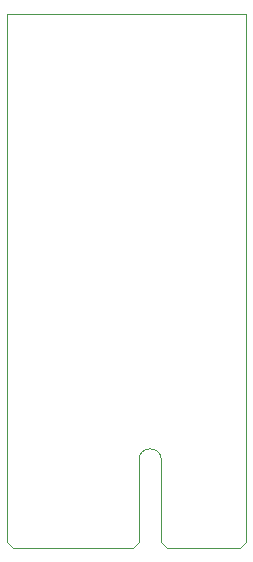
<source format=gbr>
%TF.GenerationSoftware,KiCad,Pcbnew,5.1.6*%
%TF.CreationDate,2020-08-11T21:36:28+00:00*%
%TF.ProjectId,SoundCard,536f756e-6443-4617-9264-2e6b69636164,rev?*%
%TF.SameCoordinates,Original*%
%TF.FileFunction,Profile,NP*%
%FSLAX46Y46*%
G04 Gerber Fmt 4.6, Leading zero omitted, Abs format (unit mm)*
G04 Created by KiCad (PCBNEW 5.1.6) date 2020-08-11 21:36:28*
%MOMM*%
%LPD*%
G01*
G04 APERTURE LIST*
%TA.AperFunction,Profile*%
%ADD10C,0.100000*%
%TD*%
G04 APERTURE END LIST*
D10*
X153101040Y-108605320D02*
X132801040Y-108605320D01*
X153101040Y-145409920D02*
X153101040Y-108605320D01*
X132801360Y-145415000D02*
X132801040Y-108605320D01*
%TO.C,P1*%
X144001600Y-146368000D02*
X144001600Y-153318000D01*
X145901600Y-146368000D02*
X145901600Y-153318000D01*
X132801600Y-145418000D02*
X132801600Y-153318000D01*
X133301600Y-153818000D02*
X143501600Y-153818000D01*
X153101600Y-145418000D02*
X153101600Y-153318000D01*
X146401600Y-153818000D02*
X152601600Y-153818000D01*
X132801600Y-153318000D02*
X133301600Y-153818000D01*
X144001600Y-153318000D02*
X143501600Y-153818000D01*
X145901600Y-153318000D02*
X146401600Y-153818000D01*
X153101600Y-153318000D02*
X152601600Y-153818000D01*
X144001600Y-146368000D02*
G75*
G02*
X145901600Y-146368000I950000J0D01*
G01*
%TD*%
M02*

</source>
